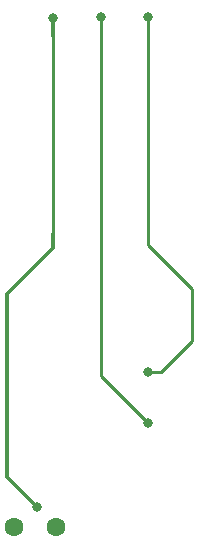
<source format=gbr>
G04 #@! TF.GenerationSoftware,KiCad,Pcbnew,(5.1.5-0-10_14)*
G04 #@! TF.CreationDate,2020-03-08T20:48:31+01:00*
G04 #@! TF.ProjectId,sensorHead,73656e73-6f72-4486-9561-642e6b696361,rev?*
G04 #@! TF.SameCoordinates,Original*
G04 #@! TF.FileFunction,Copper,L2,Bot*
G04 #@! TF.FilePolarity,Positive*
%FSLAX46Y46*%
G04 Gerber Fmt 4.6, Leading zero omitted, Abs format (unit mm)*
G04 Created by KiCad (PCBNEW (5.1.5-0-10_14)) date 2020-03-08 20:48:31*
%MOMM*%
%LPD*%
G04 APERTURE LIST*
%ADD10C,1.600000*%
%ADD11C,0.800000*%
%ADD12C,0.250000*%
%ADD13C,0.300000*%
G04 APERTURE END LIST*
D10*
X51694200Y-108000000D03*
X55194200Y-108000000D03*
D11*
X53644800Y-106273600D03*
X55016400Y-64846200D03*
X63042800Y-94843600D03*
X63042800Y-64820800D03*
X62992000Y-99136200D03*
X59004200Y-64820800D03*
D12*
X55016400Y-83134200D02*
X55016400Y-66370200D01*
D13*
X55016400Y-83134200D02*
X55016400Y-84353400D01*
X55016400Y-84353400D02*
X51104800Y-88265000D01*
X51104800Y-103733600D02*
X53644800Y-106273600D01*
X51104800Y-88265000D02*
X51104800Y-103733600D01*
X55016400Y-66370200D02*
X55016400Y-64846200D01*
D12*
X63017400Y-94818200D02*
X63042800Y-94843600D01*
X63017400Y-66751200D02*
X63017400Y-84124800D01*
X63017400Y-84124800D02*
X66725800Y-87833200D01*
X63042800Y-94843600D02*
X64135000Y-94843600D01*
X66725800Y-92252800D02*
X66725800Y-87833200D01*
X64135000Y-94843600D02*
X66725800Y-92252800D01*
X63017400Y-64846200D02*
X63042800Y-64820800D01*
X63017400Y-66751200D02*
X63017400Y-64846200D01*
X62992000Y-99136200D02*
X59004200Y-95148400D01*
X59004200Y-95148400D02*
X59004200Y-66395600D01*
X59004200Y-66395600D02*
X59004200Y-64820800D01*
M02*

</source>
